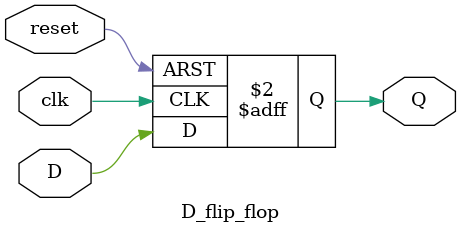
<source format=v>
module D_flip_flop (
    input wire D,
    input wire clk,
    input wire reset,
    output reg Q
);
    always @(posedge clk or posedge reset) begin
        if (reset) begin
            Q <= 1'b0;
        end else begin
            Q <= D;
        end
    end
endmodule

</source>
